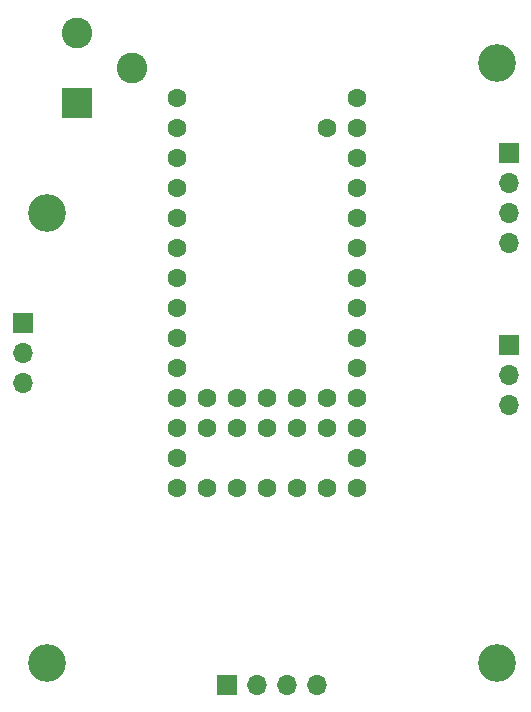
<source format=gbr>
%TF.GenerationSoftware,KiCad,Pcbnew,8.0.5*%
%TF.CreationDate,2025-06-27T14:54:40-05:00*%
%TF.ProjectId,ULACIT 2025,554c4143-4954-4203-9230-32352e6b6963,rev?*%
%TF.SameCoordinates,Original*%
%TF.FileFunction,Soldermask,Bot*%
%TF.FilePolarity,Negative*%
%FSLAX46Y46*%
G04 Gerber Fmt 4.6, Leading zero omitted, Abs format (unit mm)*
G04 Created by KiCad (PCBNEW 8.0.5) date 2025-06-27 14:54:40*
%MOMM*%
%LPD*%
G01*
G04 APERTURE LIST*
%ADD10R,1.700000X1.700000*%
%ADD11O,1.700000X1.700000*%
%ADD12C,3.200000*%
%ADD13C,1.600000*%
%ADD14R,2.600000X2.600000*%
%ADD15C,2.600000*%
G04 APERTURE END LIST*
D10*
%TO.C,J2*%
X48270000Y-80645000D03*
D11*
X50810000Y-80645000D03*
X53350000Y-80645000D03*
X55890000Y-80645000D03*
%TD*%
D12*
%TO.C,REF\u002A\u002A*%
X33020000Y-40640000D03*
%TD*%
D13*
%TO.C,U1*%
X44070000Y-30940000D03*
X44070000Y-33480000D03*
X44070000Y-36020000D03*
X44070000Y-38560000D03*
X44070000Y-41100000D03*
X44070000Y-43640000D03*
X44070000Y-46180000D03*
X44070000Y-48720000D03*
X44070000Y-51260000D03*
X44070000Y-53800000D03*
X44070000Y-56340000D03*
X44070000Y-58880000D03*
X44070000Y-61420000D03*
X44070000Y-63960000D03*
X46610000Y-63960000D03*
X49150000Y-63960000D03*
X51690000Y-63960000D03*
X54230000Y-63960000D03*
X56770000Y-63960000D03*
X59310000Y-63960000D03*
X59310000Y-61420000D03*
X59310000Y-58880000D03*
X59310000Y-56340000D03*
X59310000Y-53800000D03*
X59310000Y-51260000D03*
X59310000Y-48720000D03*
X59310000Y-46180000D03*
X59310000Y-43640000D03*
X59310000Y-41100000D03*
X59310000Y-38560000D03*
X59310000Y-36020000D03*
X59310000Y-33480000D03*
X59310000Y-30940000D03*
X56770000Y-33480000D03*
X56770000Y-58880000D03*
X56770000Y-56340000D03*
X54230000Y-58880000D03*
X54230000Y-56340000D03*
X51690000Y-58880000D03*
X51690000Y-56340000D03*
X49150000Y-58880000D03*
X49150000Y-56340000D03*
X46610000Y-58880000D03*
X46610000Y-56340000D03*
%TD*%
D12*
%TO.C,REF\u002A\u002A*%
X33020000Y-78740000D03*
%TD*%
D10*
%TO.C,J6*%
X31000000Y-50000000D03*
D11*
X31000000Y-52540000D03*
X31000000Y-55080000D03*
%TD*%
D12*
%TO.C,REF\u002A\u002A*%
X71120000Y-78740000D03*
%TD*%
D10*
%TO.C,J3*%
X72136000Y-35570000D03*
D11*
X72136000Y-38110000D03*
X72136000Y-40650000D03*
X72136000Y-43190000D03*
%TD*%
D10*
%TO.C,J4*%
X72136000Y-51816000D03*
D11*
X72136000Y-54356000D03*
X72136000Y-56896000D03*
%TD*%
D12*
%TO.C,REF\u002A\u002A*%
X71120000Y-27940000D03*
%TD*%
D14*
%TO.C,J1*%
X35560000Y-31400000D03*
D15*
X35560000Y-25400000D03*
X40260000Y-28400000D03*
%TD*%
M02*

</source>
